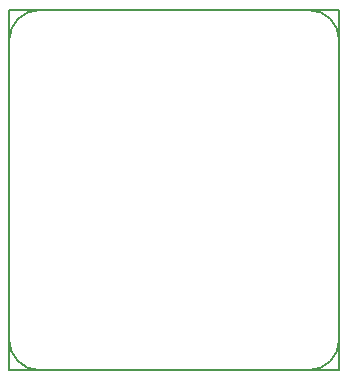
<source format=gbr>
G04 #@! TF.FileFunction,Profile,NP*
%FSLAX46Y46*%
G04 Gerber Fmt 4.6, Leading zero omitted, Abs format (unit mm)*
G04 Created by KiCad (PCBNEW 4.0.7) date 04/15/18 04:59:30*
%MOMM*%
%LPD*%
G01*
G04 APERTURE LIST*
%ADD10C,0.100000*%
%ADD11C,0.150000*%
G04 APERTURE END LIST*
D10*
D11*
X180340000Y-104140000D02*
G75*
G03X177800000Y-101600000I-2540000J0D01*
G01*
X154940000Y-101600000D02*
G75*
G03X152400000Y-104140000I0J-2540000D01*
G01*
X152400000Y-129540000D02*
G75*
G03X154940000Y-132080000I2540000J0D01*
G01*
X177800000Y-132080000D02*
G75*
G03X180340000Y-129540000I0J2540000D01*
G01*
X152400000Y-101600000D02*
X180340000Y-101600000D01*
X152400000Y-132080000D02*
X152400000Y-101600000D01*
X180340000Y-132080000D02*
X152400000Y-132080000D01*
X180340000Y-101600000D02*
X180340000Y-132080000D01*
M02*

</source>
